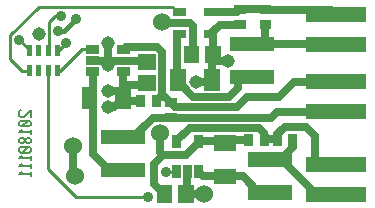
<source format=gbr>
G04 start of page 3 for group 1 idx 1 *
G04 Title: led, bottom *
G04 Creator: pcb 20140316 *
G04 CreationDate: Fri 12 Jan 2018 06:22:56 AM GMT UTC *
G04 For: brian *
G04 Format: Gerber/RS-274X *
G04 PCB-Dimensions (mil): 6000.00 5000.00 *
G04 PCB-Coordinate-Origin: lower left *
%MOIN*%
%FSLAX25Y25*%
%LNBOTTOM*%
%ADD38C,0.0350*%
%ADD37C,0.0200*%
%ADD36C,0.0450*%
%ADD35C,0.0600*%
%ADD34C,0.0360*%
%ADD33R,0.0177X0.0177*%
%ADD32R,0.0512X0.0512*%
%ADD31R,0.0528X0.0528*%
%ADD30R,0.0280X0.0280*%
%ADD29R,0.0472X0.0472*%
%ADD28R,0.0295X0.0295*%
%ADD27R,0.0500X0.0500*%
%ADD26C,0.0070*%
%ADD25C,0.0150*%
%ADD24C,0.0100*%
%ADD23C,0.0250*%
G54D23*X91512Y398012D02*X98000Y404500D01*
X88000Y398012D02*X91512D01*
X83500Y387000D02*X88000D01*
X100500Y399500D02*Y393000D01*
X71500Y385500D02*X72000Y385000D01*
G54D24*X96500Y378000D02*X72500D01*
X63075Y387425D01*
G54D23*X83500Y387000D02*X78000Y392500D01*
X129500Y411500D02*X126000Y408000D01*
X137500Y404500D02*X98000D01*
X105800Y396600D02*X110200Y401000D01*
X113200Y396600D02*X121530D01*
X126000Y408000D02*X105559D01*
X121530Y396600D02*X122000Y396130D01*
X122870Y397000D01*
X110200Y401000D02*X133500D01*
X135000Y399500D01*
Y397500D01*
X122870Y397000D02*X129941D01*
X129500Y411500D02*X140000D01*
X145000Y416500D01*
X159000D01*
X71500Y395000D02*Y385500D01*
G54D24*X63075Y420154D02*Y387425D01*
X66224Y420154D02*X67154D01*
G54D23*X95543Y415500D02*X88000D01*
X96000Y415957D02*X95543Y415500D01*
X88100Y419800D02*Y411030D01*
X83000Y413500D02*X88100D01*
X83000Y408000D02*X85100D01*
X88100Y411000D01*
X93941Y410000D02*X88100D01*
X78000Y392500D02*Y419500D01*
X101000Y411941D02*X99059Y410000D01*
X105500Y408000D02*X102000Y411500D01*
X101000D01*
X135059Y397500D02*X139441D01*
Y398941D01*
X142000Y401500D01*
X149000D01*
X152000Y398500D01*
Y389500D01*
X159000Y406500D02*X139500D01*
X144559Y397000D02*Y394559D01*
X140512Y390512D01*
X139500Y406500D02*X137500Y404500D01*
X140512Y390512D02*X137000D01*
X140988D02*X136988D01*
X159000Y379000D02*X152500D01*
X140988Y390512D01*
X128000Y385000D02*X133500Y379500D01*
X137000D01*
X113200Y386400D02*X114600Y385000D01*
X113200Y396200D02*Y396600D01*
Y396200D02*X109000Y392000D01*
X114600Y385000D02*X128000D01*
X109043Y379000D02*X109500Y379457D01*
Y386500D01*
X109000Y392000D02*X101500D01*
X98500Y389000D01*
Y382457D01*
X101957Y379000D01*
G54D24*X105800Y386400D02*X102600D01*
X102500Y386500D01*
G54D23*X100500Y393000D02*X101500Y392000D01*
X115000Y379000D02*X109043D01*
X110957Y425500D02*X111500Y426043D01*
X106000Y416870D02*X111370Y411500D01*
X111500Y426043D02*Y435000D01*
X110500Y436000D01*
X101500D01*
X106000Y431400D02*X106900Y432300D01*
G54D24*Y439700D02*X106300D01*
X104500Y441500D01*
G54D23*X101000Y426500D02*Y411941D01*
X106000Y416870D02*Y431400D01*
X159000Y429000D02*X131012D01*
X159000Y439000D02*X157500Y440500D01*
X131012Y429000D02*X131000Y429012D01*
X135500Y435441D02*Y429000D01*
X157500Y440500D02*X135500D01*
X127000Y440559D02*X135441D01*
X135500Y440500D01*
X126141Y439700D02*X127000Y440559D01*
X111370Y411500D02*X123500D01*
X126500Y414500D01*
X118043Y425500D02*Y431357D01*
X117100Y432300D01*
X120241Y435441D02*X117100Y432300D01*
Y439700D02*X126141D01*
X127000Y435441D02*X120241D01*
X126500Y414500D02*Y418000D01*
X117630Y417000D02*Y425087D01*
X118043Y425500D01*
X123000Y423500D02*X117630D01*
X112500Y416500D02*X117130D01*
X117630Y417000D01*
G54D24*X104500Y441500D02*X60000D01*
X65500Y438500D02*X67500D01*
X63500Y436500D02*X65500Y438500D01*
G54D25*X68500Y433500D02*X72500Y437500D01*
X66500Y433500D02*X68500D01*
G54D23*X95543Y423500D02*X96000Y423043D01*
X77900Y423500D02*X95543D01*
X88100Y427200D02*X88900Y428000D01*
X83000Y422000D02*Y429500D01*
X88900Y428000D02*X99500D01*
X101000Y426500D01*
G54D24*X56776Y427224D02*X53500Y430500D01*
X50500Y432000D02*X60000Y441500D01*
X50500Y424000D02*Y432000D01*
X63500Y427272D02*Y436500D01*
X63075Y426846D02*X63500Y427272D01*
X56776Y426846D02*Y427224D01*
X54346Y420154D02*X56776D01*
X50500Y424000D02*X54346Y420154D01*
X66346Y426846D02*X69000Y429500D01*
X66224Y426846D02*X66346D01*
X67154Y420154D02*X74200Y427200D01*
X77900D01*
G54D26*X53940Y407000D02*X53460Y406520D01*
Y405080D02*Y406520D01*
Y405080D02*X53940Y404600D01*
X54900D01*
X57300Y407000D02*X54900Y404600D01*
X57300D02*Y407000D01*
X56820Y403448D02*X57300Y402968D01*
X53940Y403448D02*X56820D01*
X53940D02*X53460Y402968D01*
Y402008D02*Y402968D01*
Y402008D02*X53940Y401528D01*
X56820D01*
X57300Y402008D02*X56820Y401528D01*
X57300Y402008D02*Y402968D01*
X56340Y403448D02*X54420Y401528D01*
X54228Y400376D02*X53460Y399608D01*
X57300D01*
Y398936D02*Y400376D01*
X56820Y397784D02*X57300Y397304D01*
X56052Y397784D02*X56820D01*
X56052D02*X55380Y397112D01*
Y396536D02*Y397112D01*
Y396536D02*X56052Y395864D01*
X56820D01*
X57300Y396344D02*X56820Y395864D01*
X57300Y396344D02*Y397304D01*
X54708Y397784D02*X55380Y397112D01*
X53940Y397784D02*X54708D01*
X53940D02*X53460Y397304D01*
Y396344D02*Y397304D01*
Y396344D02*X53940Y395864D01*
X54708D01*
X55380Y396536D02*X54708Y395864D01*
X56820Y394712D02*X57300Y394232D01*
X53940Y394712D02*X56820D01*
X53940D02*X53460Y394232D01*
Y393272D02*Y394232D01*
Y393272D02*X53940Y392792D01*
X56820D01*
X57300Y393272D02*X56820Y392792D01*
X57300Y393272D02*Y394232D01*
X56340Y394712D02*X54420Y392792D01*
X54228Y391640D02*X53460Y390872D01*
X57300D01*
Y390200D02*Y391640D01*
X54228Y389048D02*X53460Y388280D01*
X57300D01*
Y387608D02*Y389048D01*
X54228Y386456D02*X53460Y385688D01*
X57300D01*
Y385016D02*Y386456D01*
G54D27*X151500Y439000D02*X166500D01*
X151500Y429000D02*X166500D01*
X151500Y416500D02*X166500D01*
X151500Y406500D02*X166500D01*
G54D28*X135008Y435441D02*X135992D01*
G54D29*X126079Y417988D02*X135921D01*
G54D27*X151500Y389000D02*X166500D01*
X151500Y379000D02*X166500D01*
G54D29*X132079Y390512D02*X141921D01*
G54D30*X113200Y387200D02*Y385600D01*
X109500Y387200D02*Y385600D01*
X105800Y387200D02*Y385600D01*
G54D31*X121094Y384870D02*X122906D01*
G54D28*X144559Y397492D02*Y396508D01*
X139441Y397492D02*Y396508D01*
X135008Y440559D02*X135992D01*
X126508Y435441D02*X127492D01*
G54D29*X126079Y429012D02*X135921D01*
G54D30*X106100Y432300D02*X107700D01*
X106100Y436000D02*X107700D01*
X116300Y432300D02*X117900D01*
G54D32*X118043Y425893D02*Y425107D01*
X110957Y425893D02*Y425107D01*
G54D28*X103508Y404441D02*X104492D01*
X103508Y409559D02*X104492D01*
G54D31*X106370Y417906D02*Y416094D01*
X117630Y417906D02*Y416094D01*
G54D28*X126508Y440559D02*X127492D01*
G54D30*X106100Y439700D02*X107700D01*
X116300D02*X117900D01*
G54D32*X95607Y415957D02*X96393D01*
X95607Y423043D02*X96393D01*
G54D30*X77100Y419800D02*X78700D01*
X77100Y423500D02*X78700D01*
X77100Y427200D02*X78700D01*
X87300D02*X88900D01*
X87300Y419800D02*X88900D01*
G54D29*X132079Y379488D02*X141921D01*
G54D32*X101957Y379393D02*Y378607D01*
X109043Y379393D02*Y378607D01*
G54D28*X135059Y397492D02*Y396508D01*
X129941Y397492D02*Y396508D01*
G54D30*X105800Y397400D02*Y395800D01*
X113200Y397400D02*Y395800D01*
G54D31*X121094Y396130D02*X122906D01*
G54D29*X83079Y398012D02*X92921D01*
X83079Y386988D02*X92921D01*
G54D31*X76870Y411906D02*Y410094D01*
X88130Y411906D02*Y410094D01*
G54D28*X99059Y410492D02*Y409508D01*
X93941Y410492D02*Y409508D01*
G54D33*X63075Y427732D02*Y425961D01*
X59925Y427732D02*Y425961D01*
X66224Y421039D02*Y419268D01*
X63075Y421039D02*Y419268D01*
X59925Y421039D02*Y419268D01*
X56776Y421039D02*Y419268D01*
X66224Y427732D02*Y425961D01*
X56776Y427732D02*Y425961D01*
G54D34*X53500Y430500D03*
X102500Y386500D03*
G54D35*X100500Y399500D03*
X115000Y379000D03*
G54D36*X112500Y416500D03*
X123000Y423500D03*
G54D34*X96500Y378000D03*
X67500Y438500D03*
G54D35*X101000Y436500D03*
G54D34*X72500Y437500D03*
G54D35*X72000Y385000D03*
X71500Y395000D03*
G54D34*X66500Y433500D03*
G54D36*X60000Y432500D03*
G54D34*X69000Y429500D03*
G54D36*X83000Y408000D03*
Y413500D03*
Y422000D03*
Y429500D03*
G54D37*G54D38*G54D23*G54D37*G54D38*G54D37*G54D38*G54D37*G54D23*G54D37*G54D23*M02*

</source>
